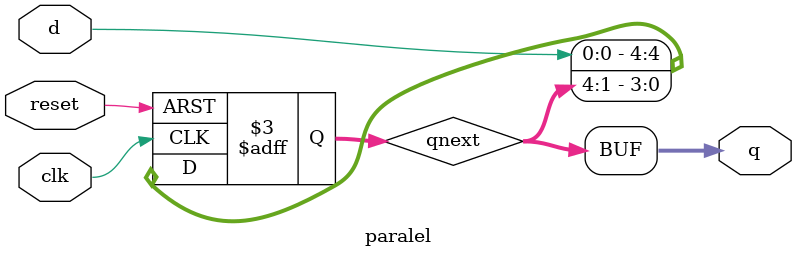
<source format=v>
`timescale 1ns / 1ps
module paralel(
    input d,
    input clk,
    input reset,
    output [4:0] q
    );
reg [4:0] qnext;

always @(posedge clk or negedge reset)
    begin
        if(reset == 1'b0)
            qnext <= 5'b00000;
        else
            begin
                    qnext[0] <= qnext[1];
                    qnext[1] <= qnext[2];
						  qnext[2] <= qnext[3];
						  qnext[3] <= qnext[4];
                    qnext[4] <= d;
            end
    end
assign q = qnext;

endmodule

</source>
